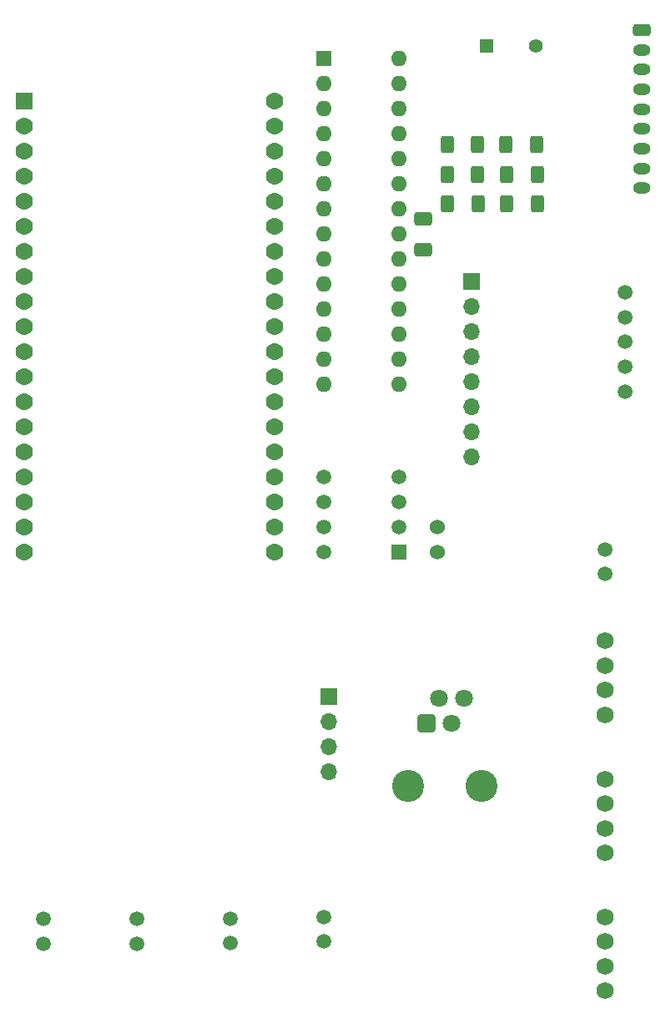
<source format=gbr>
%TF.GenerationSoftware,KiCad,Pcbnew,8.0.6*%
%TF.CreationDate,2025-02-14T11:57:35-07:00*%
%TF.ProjectId,Capstone_DataLogger,43617073-746f-46e6-955f-446174614c6f,rev?*%
%TF.SameCoordinates,Original*%
%TF.FileFunction,Soldermask,Top*%
%TF.FilePolarity,Negative*%
%FSLAX46Y46*%
G04 Gerber Fmt 4.6, Leading zero omitted, Abs format (unit mm)*
G04 Created by KiCad (PCBNEW 8.0.6) date 2025-02-14 11:57:35*
%MOMM*%
%LPD*%
G01*
G04 APERTURE LIST*
G04 Aperture macros list*
%AMRoundRect*
0 Rectangle with rounded corners*
0 $1 Rounding radius*
0 $2 $3 $4 $5 $6 $7 $8 $9 X,Y pos of 4 corners*
0 Add a 4 corners polygon primitive as box body*
4,1,4,$2,$3,$4,$5,$6,$7,$8,$9,$2,$3,0*
0 Add four circle primitives for the rounded corners*
1,1,$1+$1,$2,$3*
1,1,$1+$1,$4,$5*
1,1,$1+$1,$6,$7*
1,1,$1+$1,$8,$9*
0 Add four rect primitives between the rounded corners*
20,1,$1+$1,$2,$3,$4,$5,0*
20,1,$1+$1,$4,$5,$6,$7,0*
20,1,$1+$1,$6,$7,$8,$9,0*
20,1,$1+$1,$8,$9,$2,$3,0*%
G04 Aperture macros list end*
%ADD10RoundRect,0.250000X-0.400000X-0.625000X0.400000X-0.625000X0.400000X0.625000X-0.400000X0.625000X0*%
%ADD11R,1.422400X1.422400*%
%ADD12C,1.422400*%
%ADD13C,1.752600*%
%ADD14R,1.700000X1.700000*%
%ADD15O,1.700000X1.700000*%
%ADD16RoundRect,0.250000X0.400000X0.625000X-0.400000X0.625000X-0.400000X-0.625000X0.400000X-0.625000X0*%
%ADD17C,1.498600*%
%ADD18R,1.600000X1.600000*%
%ADD19O,1.600000X1.600000*%
%ADD20C,1.524000*%
%ADD21RoundRect,0.102000X-0.780000X-0.780000X0.780000X-0.780000X0.780000X0.780000X-0.780000X0.780000X0*%
%ADD22C,1.764000*%
%ADD23RoundRect,0.250000X-0.650000X0.350000X-0.650000X-0.350000X0.650000X-0.350000X0.650000X0.350000X0*%
%ADD24O,1.800000X1.200000*%
%ADD25R,1.498600X1.498600*%
%ADD26C,3.250000*%
%ADD27RoundRect,0.250000X-0.650000X-0.650000X0.650000X-0.650000X0.650000X0.650000X-0.650000X0.650000X0*%
%ADD28C,1.800000*%
%ADD29RoundRect,0.250000X0.650000X-0.412500X0.650000X0.412500X-0.650000X0.412500X-0.650000X-0.412500X0*%
G04 APERTURE END LIST*
D10*
%TO.C,R3*%
X155500000Y-56500000D03*
X158600000Y-56500000D03*
%TD*%
D11*
%TO.C,XTAL1*%
X153500000Y-43500000D03*
D12*
X158500000Y-43500000D03*
%TD*%
D13*
%TO.C,J7*%
X165529801Y-117783400D03*
X165529801Y-120283400D03*
X165529801Y-122783400D03*
X165529801Y-125283400D03*
%TD*%
D14*
%TO.C,J6*%
X151979386Y-67340000D03*
D15*
X151979386Y-69880000D03*
X151979386Y-72420000D03*
X151979386Y-74960000D03*
X151979386Y-77500000D03*
X151979386Y-80040000D03*
X151979386Y-82580000D03*
X151979386Y-85120000D03*
%TD*%
D16*
%TO.C,R2*%
X158600000Y-59500000D03*
X155500000Y-59500000D03*
%TD*%
D10*
%TO.C,R7*%
X149500000Y-59500000D03*
X152600000Y-59500000D03*
%TD*%
D17*
%TO.C,J3*%
X167500000Y-68500000D03*
X167500000Y-71000000D03*
X167500000Y-73500000D03*
X167500000Y-76000000D03*
X167500000Y-78500000D03*
%TD*%
D16*
%TO.C,R1*%
X152550000Y-53500000D03*
X149450000Y-53500000D03*
%TD*%
D18*
%TO.C,U3*%
X137000000Y-44760000D03*
D19*
X137000000Y-47300000D03*
X137000000Y-49840000D03*
X137000000Y-52380000D03*
X137000000Y-54920000D03*
X137000000Y-57460000D03*
X137000000Y-60000000D03*
X137000000Y-62540000D03*
X137000000Y-65080000D03*
X137000000Y-67620000D03*
X137000000Y-70160000D03*
X137000000Y-72700000D03*
X137000000Y-75240000D03*
X137000000Y-77780000D03*
X144620000Y-77780000D03*
X144620000Y-75240000D03*
X144620000Y-72700000D03*
X144620000Y-70160000D03*
X144620000Y-67620000D03*
X144620000Y-65080000D03*
X144620000Y-62540000D03*
X144620000Y-60000000D03*
X144620000Y-57460000D03*
X144620000Y-54920000D03*
X144620000Y-52380000D03*
X144620000Y-49840000D03*
X144620000Y-47300000D03*
X144620000Y-44760000D03*
%TD*%
D14*
%TO.C,J11*%
X137500000Y-109420000D03*
D15*
X137500000Y-111960000D03*
X137500000Y-114500000D03*
X137500000Y-117040000D03*
%TD*%
D20*
%TO.C,Y2*%
X148500000Y-94770000D03*
X148500000Y-92230000D03*
%TD*%
D21*
%TO.C,U2*%
X106600000Y-49060000D03*
D22*
X106600000Y-51600000D03*
X106600000Y-54140000D03*
X106600000Y-56680000D03*
X106600000Y-59220000D03*
X106600000Y-61760000D03*
X106600000Y-64300000D03*
X106600000Y-66840000D03*
X106600000Y-69380000D03*
X106600000Y-71920000D03*
X106600000Y-74460000D03*
X106600000Y-77000000D03*
X106600000Y-79540000D03*
X106600000Y-82080000D03*
X106600000Y-84620000D03*
X106600000Y-87160000D03*
X106600000Y-89700000D03*
X106600000Y-92240000D03*
X106600000Y-94780000D03*
X132000000Y-49060000D03*
X132000000Y-51600000D03*
X132000000Y-54140000D03*
X132000000Y-56680000D03*
X132000000Y-59220000D03*
X132000000Y-61760000D03*
X132000000Y-64300000D03*
X132000000Y-66840000D03*
X132000000Y-69380000D03*
X132000000Y-71920000D03*
X132000000Y-74460000D03*
X132000000Y-77000000D03*
X132000000Y-79540000D03*
X132000000Y-82080000D03*
X132000000Y-84620000D03*
X132000000Y-87160000D03*
X132000000Y-89700000D03*
X132000000Y-92240000D03*
X132000000Y-94780000D03*
%TD*%
D13*
%TO.C,J9*%
X165529801Y-131783400D03*
X165529801Y-134283400D03*
X165529801Y-136783400D03*
X165529801Y-139283400D03*
%TD*%
D23*
%TO.C,U1*%
X169200000Y-41900000D03*
D24*
X169200000Y-43900000D03*
X169200000Y-45900000D03*
X169200000Y-47900000D03*
X169200000Y-49900000D03*
X169200000Y-51900000D03*
X169200000Y-53900000D03*
X169200000Y-55900000D03*
X169200000Y-57900000D03*
%TD*%
D25*
%TO.C,U4*%
X144620000Y-94810000D03*
D17*
X144620000Y-92270000D03*
X144620000Y-89730000D03*
X144620000Y-87190000D03*
X137000000Y-87190000D03*
X137000000Y-89730000D03*
X137000000Y-92270000D03*
X137000000Y-94810000D03*
%TD*%
D26*
%TO.C,J10*%
X145500000Y-118500000D03*
X153000000Y-118500000D03*
D27*
X147410000Y-112150000D03*
D28*
X148680000Y-109610000D03*
X149950000Y-112150000D03*
X151220000Y-109610000D03*
%TD*%
D29*
%TO.C,C2*%
X147000000Y-64125000D03*
X147000000Y-61000000D03*
%TD*%
D17*
%TO.C,J5*%
X117992601Y-132000000D03*
X117992601Y-134500000D03*
%TD*%
D13*
%TO.C,J8*%
X165529801Y-103783400D03*
X165529801Y-106283400D03*
X165529801Y-108783400D03*
X165529801Y-111283400D03*
%TD*%
D10*
%TO.C,R4*%
X155450000Y-53500000D03*
X158550000Y-53500000D03*
%TD*%
D16*
%TO.C,R5*%
X152550000Y-56500000D03*
X149450000Y-56500000D03*
%TD*%
D17*
%TO.C,J12*%
X165500000Y-94500000D03*
X165500000Y-97000000D03*
%TD*%
%TO.C,J1*%
X127462800Y-131934700D03*
X127462800Y-134434700D03*
%TD*%
%TO.C,J4*%
X108500000Y-132000000D03*
X108500000Y-134500000D03*
%TD*%
%TO.C,J2*%
X137000000Y-131783400D03*
X137000000Y-134283400D03*
%TD*%
M02*

</source>
